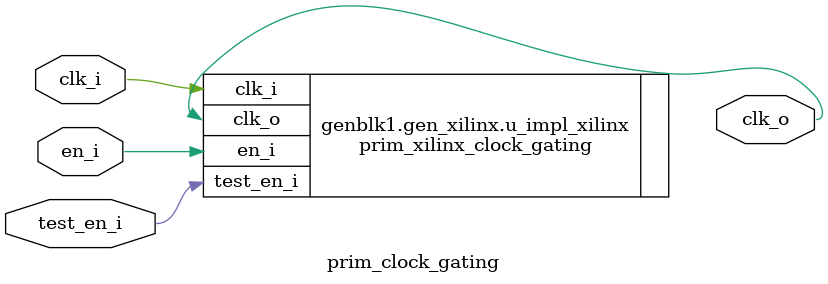
<source format=v>
module prim_clock_gating (
	clk_i,
	en_i,
	test_en_i,
	clk_o
);
	localparam prim_pkg_ImplXilinx = 1;
	parameter integer Impl = prim_pkg_ImplXilinx;
	input clk_i;
	input en_i;
	input test_en_i;
	output wire clk_o;
	localparam ImplGeneric = 0;
	localparam ImplXilinx = 1;
	generate
		if (Impl == ImplGeneric) begin : gen_generic
			prim_generic_clock_gating u_impl_generic(
				.clk_i(clk_i),
				.en_i(en_i),
				.test_en_i(test_en_i),
				.clk_o(clk_o)
			);
		end
		else if (Impl == ImplXilinx) begin : gen_xilinx
			prim_xilinx_clock_gating u_impl_xilinx(
				.clk_i(clk_i),
				.en_i(en_i),
				.test_en_i(test_en_i),
				.clk_o(clk_o)
			);
		end
	endgenerate
endmodule

</source>
